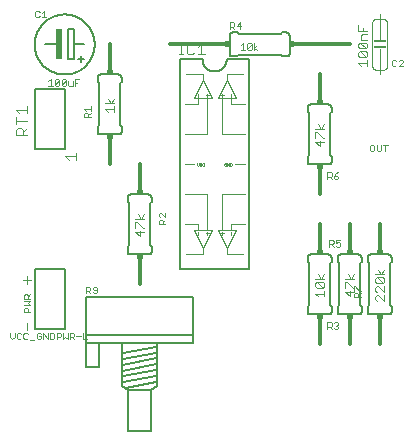
<source format=gto>
G75*
%MOIN*%
%OFA0B0*%
%FSLAX25Y25*%
%IPPOS*%
%LPD*%
%AMOC8*
5,1,8,0,0,1.08239X$1,22.5*
%
%ADD10C,0.00600*%
%ADD11R,0.02000X0.10000*%
%ADD12C,0.00200*%
%ADD13C,0.00400*%
%ADD14C,0.00300*%
%ADD15R,0.04000X0.01000*%
%ADD16C,0.00160*%
%ADD17C,0.00100*%
%ADD18R,0.02000X0.01500*%
%ADD19C,0.01200*%
%ADD20R,0.01500X0.02000*%
%ADD21C,0.00800*%
%ADD22C,0.00500*%
D10*
X0041476Y0060337D02*
X0047476Y0060337D01*
X0047536Y0060339D01*
X0047597Y0060344D01*
X0047656Y0060353D01*
X0047715Y0060366D01*
X0047774Y0060382D01*
X0047831Y0060402D01*
X0047886Y0060425D01*
X0047941Y0060452D01*
X0047993Y0060481D01*
X0048044Y0060514D01*
X0048093Y0060550D01*
X0048139Y0060588D01*
X0048183Y0060630D01*
X0048225Y0060674D01*
X0048263Y0060720D01*
X0048299Y0060769D01*
X0048332Y0060820D01*
X0048361Y0060872D01*
X0048388Y0060927D01*
X0048411Y0060982D01*
X0048431Y0061039D01*
X0048447Y0061098D01*
X0048460Y0061157D01*
X0048469Y0061216D01*
X0048474Y0061277D01*
X0048476Y0061337D01*
X0048476Y0062837D01*
X0047976Y0063337D01*
X0047976Y0077337D01*
X0048476Y0077837D01*
X0048476Y0079337D01*
X0048474Y0079397D01*
X0048469Y0079458D01*
X0048460Y0079517D01*
X0048447Y0079576D01*
X0048431Y0079635D01*
X0048411Y0079692D01*
X0048388Y0079747D01*
X0048361Y0079802D01*
X0048332Y0079854D01*
X0048299Y0079905D01*
X0048263Y0079954D01*
X0048225Y0080000D01*
X0048183Y0080044D01*
X0048139Y0080086D01*
X0048093Y0080124D01*
X0048044Y0080160D01*
X0047993Y0080193D01*
X0047941Y0080222D01*
X0047886Y0080249D01*
X0047831Y0080272D01*
X0047774Y0080292D01*
X0047715Y0080308D01*
X0047656Y0080321D01*
X0047597Y0080330D01*
X0047536Y0080335D01*
X0047476Y0080337D01*
X0041476Y0080337D01*
X0041416Y0080335D01*
X0041355Y0080330D01*
X0041296Y0080321D01*
X0041237Y0080308D01*
X0041178Y0080292D01*
X0041121Y0080272D01*
X0041066Y0080249D01*
X0041011Y0080222D01*
X0040959Y0080193D01*
X0040908Y0080160D01*
X0040859Y0080124D01*
X0040813Y0080086D01*
X0040769Y0080044D01*
X0040727Y0080000D01*
X0040689Y0079954D01*
X0040653Y0079905D01*
X0040620Y0079854D01*
X0040591Y0079802D01*
X0040564Y0079747D01*
X0040541Y0079692D01*
X0040521Y0079635D01*
X0040505Y0079576D01*
X0040492Y0079517D01*
X0040483Y0079458D01*
X0040478Y0079397D01*
X0040476Y0079337D01*
X0040476Y0077837D01*
X0040976Y0077337D01*
X0040976Y0063337D01*
X0040476Y0062837D01*
X0040476Y0061337D01*
X0040478Y0061277D01*
X0040483Y0061216D01*
X0040492Y0061157D01*
X0040505Y0061098D01*
X0040521Y0061039D01*
X0040541Y0060982D01*
X0040564Y0060927D01*
X0040591Y0060872D01*
X0040620Y0060820D01*
X0040653Y0060769D01*
X0040689Y0060720D01*
X0040727Y0060674D01*
X0040769Y0060630D01*
X0040813Y0060588D01*
X0040859Y0060550D01*
X0040908Y0060514D01*
X0040959Y0060481D01*
X0041011Y0060452D01*
X0041066Y0060425D01*
X0041121Y0060402D01*
X0041178Y0060382D01*
X0041237Y0060366D01*
X0041296Y0060353D01*
X0041355Y0060344D01*
X0041416Y0060339D01*
X0041476Y0060337D01*
X0041416Y0060339D01*
X0041355Y0060344D01*
X0041296Y0060353D01*
X0041237Y0060366D01*
X0041178Y0060382D01*
X0041121Y0060402D01*
X0041066Y0060425D01*
X0041011Y0060452D01*
X0040959Y0060481D01*
X0040908Y0060514D01*
X0040859Y0060550D01*
X0040813Y0060588D01*
X0040769Y0060630D01*
X0040727Y0060674D01*
X0040689Y0060720D01*
X0040653Y0060769D01*
X0040620Y0060820D01*
X0040591Y0060872D01*
X0040564Y0060927D01*
X0040541Y0060982D01*
X0040521Y0061039D01*
X0040505Y0061098D01*
X0040492Y0061157D01*
X0040483Y0061216D01*
X0040478Y0061277D01*
X0040476Y0061337D01*
X0047476Y0060337D02*
X0047536Y0060339D01*
X0047597Y0060344D01*
X0047656Y0060353D01*
X0047715Y0060366D01*
X0047774Y0060382D01*
X0047831Y0060402D01*
X0047886Y0060425D01*
X0047941Y0060452D01*
X0047993Y0060481D01*
X0048044Y0060514D01*
X0048093Y0060550D01*
X0048139Y0060588D01*
X0048183Y0060630D01*
X0048225Y0060674D01*
X0048263Y0060720D01*
X0048299Y0060769D01*
X0048332Y0060820D01*
X0048361Y0060872D01*
X0048388Y0060927D01*
X0048411Y0060982D01*
X0048431Y0061039D01*
X0048447Y0061098D01*
X0048460Y0061157D01*
X0048469Y0061216D01*
X0048474Y0061277D01*
X0048476Y0061337D01*
X0057976Y0055337D02*
X0080976Y0055337D01*
X0080976Y0125337D01*
X0073476Y0125337D01*
X0075476Y0126337D02*
X0076976Y0126337D01*
X0077476Y0126837D01*
X0091476Y0126837D01*
X0091976Y0126337D01*
X0093476Y0126337D01*
X0093536Y0126339D01*
X0093597Y0126344D01*
X0093656Y0126353D01*
X0093715Y0126366D01*
X0093774Y0126382D01*
X0093831Y0126402D01*
X0093886Y0126425D01*
X0093941Y0126452D01*
X0093993Y0126481D01*
X0094044Y0126514D01*
X0094093Y0126550D01*
X0094139Y0126588D01*
X0094183Y0126630D01*
X0094225Y0126674D01*
X0094263Y0126720D01*
X0094299Y0126769D01*
X0094332Y0126820D01*
X0094361Y0126872D01*
X0094388Y0126927D01*
X0094411Y0126982D01*
X0094431Y0127039D01*
X0094447Y0127098D01*
X0094460Y0127157D01*
X0094469Y0127216D01*
X0094474Y0127277D01*
X0094476Y0127337D01*
X0094476Y0133337D01*
X0094474Y0133397D01*
X0094469Y0133458D01*
X0094460Y0133517D01*
X0094447Y0133576D01*
X0094431Y0133635D01*
X0094411Y0133692D01*
X0094388Y0133747D01*
X0094361Y0133802D01*
X0094332Y0133854D01*
X0094299Y0133905D01*
X0094263Y0133954D01*
X0094225Y0134000D01*
X0094183Y0134044D01*
X0094139Y0134086D01*
X0094093Y0134124D01*
X0094044Y0134160D01*
X0093993Y0134193D01*
X0093941Y0134222D01*
X0093886Y0134249D01*
X0093831Y0134272D01*
X0093774Y0134292D01*
X0093715Y0134308D01*
X0093656Y0134321D01*
X0093597Y0134330D01*
X0093536Y0134335D01*
X0093476Y0134337D01*
X0091976Y0134337D01*
X0091476Y0133837D01*
X0077476Y0133837D01*
X0076976Y0134337D01*
X0075476Y0134337D01*
X0075416Y0134335D01*
X0075355Y0134330D01*
X0075296Y0134321D01*
X0075237Y0134308D01*
X0075178Y0134292D01*
X0075121Y0134272D01*
X0075066Y0134249D01*
X0075011Y0134222D01*
X0074959Y0134193D01*
X0074908Y0134160D01*
X0074859Y0134124D01*
X0074813Y0134086D01*
X0074769Y0134044D01*
X0074727Y0134000D01*
X0074689Y0133954D01*
X0074653Y0133905D01*
X0074620Y0133854D01*
X0074591Y0133802D01*
X0074564Y0133747D01*
X0074541Y0133692D01*
X0074521Y0133635D01*
X0074505Y0133576D01*
X0074492Y0133517D01*
X0074483Y0133458D01*
X0074478Y0133397D01*
X0074476Y0133337D01*
X0074476Y0127337D01*
X0074478Y0127277D01*
X0074483Y0127216D01*
X0074492Y0127157D01*
X0074505Y0127098D01*
X0074521Y0127039D01*
X0074541Y0126982D01*
X0074564Y0126927D01*
X0074591Y0126872D01*
X0074620Y0126820D01*
X0074653Y0126769D01*
X0074689Y0126720D01*
X0074727Y0126674D01*
X0074769Y0126630D01*
X0074813Y0126588D01*
X0074859Y0126550D01*
X0074908Y0126514D01*
X0074959Y0126481D01*
X0075011Y0126452D01*
X0075066Y0126425D01*
X0075121Y0126402D01*
X0075178Y0126382D01*
X0075237Y0126366D01*
X0075296Y0126353D01*
X0075355Y0126344D01*
X0075416Y0126339D01*
X0075476Y0126337D01*
X0075416Y0126339D01*
X0075355Y0126344D01*
X0075296Y0126353D01*
X0075237Y0126366D01*
X0075178Y0126382D01*
X0075121Y0126402D01*
X0075066Y0126425D01*
X0075011Y0126452D01*
X0074959Y0126481D01*
X0074908Y0126514D01*
X0074859Y0126550D01*
X0074813Y0126588D01*
X0074769Y0126630D01*
X0074727Y0126674D01*
X0074689Y0126720D01*
X0074653Y0126769D01*
X0074620Y0126820D01*
X0074591Y0126872D01*
X0074564Y0126927D01*
X0074541Y0126982D01*
X0074521Y0127039D01*
X0074505Y0127098D01*
X0074492Y0127157D01*
X0074483Y0127216D01*
X0074478Y0127277D01*
X0074476Y0127337D01*
X0073476Y0125337D02*
X0073474Y0125211D01*
X0073468Y0125086D01*
X0073458Y0124961D01*
X0073444Y0124836D01*
X0073427Y0124711D01*
X0073405Y0124587D01*
X0073380Y0124464D01*
X0073350Y0124342D01*
X0073317Y0124221D01*
X0073280Y0124101D01*
X0073240Y0123982D01*
X0073195Y0123865D01*
X0073147Y0123748D01*
X0073095Y0123634D01*
X0073040Y0123521D01*
X0072981Y0123410D01*
X0072919Y0123301D01*
X0072853Y0123194D01*
X0072784Y0123089D01*
X0072712Y0122986D01*
X0072637Y0122885D01*
X0072558Y0122787D01*
X0072476Y0122692D01*
X0072392Y0122599D01*
X0072304Y0122509D01*
X0072214Y0122421D01*
X0072121Y0122337D01*
X0072026Y0122255D01*
X0071928Y0122176D01*
X0071827Y0122101D01*
X0071724Y0122029D01*
X0071619Y0121960D01*
X0071512Y0121894D01*
X0071403Y0121832D01*
X0071292Y0121773D01*
X0071179Y0121718D01*
X0071065Y0121666D01*
X0070948Y0121618D01*
X0070831Y0121573D01*
X0070712Y0121533D01*
X0070592Y0121496D01*
X0070471Y0121463D01*
X0070349Y0121433D01*
X0070226Y0121408D01*
X0070102Y0121386D01*
X0069977Y0121369D01*
X0069852Y0121355D01*
X0069727Y0121345D01*
X0069602Y0121339D01*
X0069476Y0121337D01*
X0069350Y0121339D01*
X0069225Y0121345D01*
X0069100Y0121355D01*
X0068975Y0121369D01*
X0068850Y0121386D01*
X0068726Y0121408D01*
X0068603Y0121433D01*
X0068481Y0121463D01*
X0068360Y0121496D01*
X0068240Y0121533D01*
X0068121Y0121573D01*
X0068004Y0121618D01*
X0067887Y0121666D01*
X0067773Y0121718D01*
X0067660Y0121773D01*
X0067549Y0121832D01*
X0067440Y0121894D01*
X0067333Y0121960D01*
X0067228Y0122029D01*
X0067125Y0122101D01*
X0067024Y0122176D01*
X0066926Y0122255D01*
X0066831Y0122337D01*
X0066738Y0122421D01*
X0066648Y0122509D01*
X0066560Y0122599D01*
X0066476Y0122692D01*
X0066394Y0122787D01*
X0066315Y0122885D01*
X0066240Y0122986D01*
X0066168Y0123089D01*
X0066099Y0123194D01*
X0066033Y0123301D01*
X0065971Y0123410D01*
X0065912Y0123521D01*
X0065857Y0123634D01*
X0065805Y0123748D01*
X0065757Y0123865D01*
X0065712Y0123982D01*
X0065672Y0124101D01*
X0065635Y0124221D01*
X0065602Y0124342D01*
X0065572Y0124464D01*
X0065547Y0124587D01*
X0065525Y0124711D01*
X0065508Y0124836D01*
X0065494Y0124961D01*
X0065484Y0125086D01*
X0065478Y0125211D01*
X0065476Y0125337D01*
X0057976Y0125337D01*
X0057976Y0055337D01*
X0048476Y0079337D02*
X0048474Y0079397D01*
X0048469Y0079458D01*
X0048460Y0079517D01*
X0048447Y0079576D01*
X0048431Y0079635D01*
X0048411Y0079692D01*
X0048388Y0079747D01*
X0048361Y0079802D01*
X0048332Y0079854D01*
X0048299Y0079905D01*
X0048263Y0079954D01*
X0048225Y0080000D01*
X0048183Y0080044D01*
X0048139Y0080086D01*
X0048093Y0080124D01*
X0048044Y0080160D01*
X0047993Y0080193D01*
X0047941Y0080222D01*
X0047886Y0080249D01*
X0047831Y0080272D01*
X0047774Y0080292D01*
X0047715Y0080308D01*
X0047656Y0080321D01*
X0047597Y0080330D01*
X0047536Y0080335D01*
X0047476Y0080337D01*
X0041476Y0080337D02*
X0041416Y0080335D01*
X0041355Y0080330D01*
X0041296Y0080321D01*
X0041237Y0080308D01*
X0041178Y0080292D01*
X0041121Y0080272D01*
X0041066Y0080249D01*
X0041011Y0080222D01*
X0040959Y0080193D01*
X0040908Y0080160D01*
X0040859Y0080124D01*
X0040813Y0080086D01*
X0040769Y0080044D01*
X0040727Y0080000D01*
X0040689Y0079954D01*
X0040653Y0079905D01*
X0040620Y0079854D01*
X0040591Y0079802D01*
X0040564Y0079747D01*
X0040541Y0079692D01*
X0040521Y0079635D01*
X0040505Y0079576D01*
X0040492Y0079517D01*
X0040483Y0079458D01*
X0040478Y0079397D01*
X0040476Y0079337D01*
X0037476Y0100337D02*
X0031476Y0100337D01*
X0031416Y0100339D01*
X0031355Y0100344D01*
X0031296Y0100353D01*
X0031237Y0100366D01*
X0031178Y0100382D01*
X0031121Y0100402D01*
X0031066Y0100425D01*
X0031011Y0100452D01*
X0030959Y0100481D01*
X0030908Y0100514D01*
X0030859Y0100550D01*
X0030813Y0100588D01*
X0030769Y0100630D01*
X0030727Y0100674D01*
X0030689Y0100720D01*
X0030653Y0100769D01*
X0030620Y0100820D01*
X0030591Y0100872D01*
X0030564Y0100927D01*
X0030541Y0100982D01*
X0030521Y0101039D01*
X0030505Y0101098D01*
X0030492Y0101157D01*
X0030483Y0101216D01*
X0030478Y0101277D01*
X0030476Y0101337D01*
X0030476Y0102837D01*
X0030976Y0103337D01*
X0030976Y0117337D01*
X0030476Y0117837D01*
X0030476Y0119337D01*
X0030478Y0119397D01*
X0030483Y0119458D01*
X0030492Y0119517D01*
X0030505Y0119576D01*
X0030521Y0119635D01*
X0030541Y0119692D01*
X0030564Y0119747D01*
X0030591Y0119802D01*
X0030620Y0119854D01*
X0030653Y0119905D01*
X0030689Y0119954D01*
X0030727Y0120000D01*
X0030769Y0120044D01*
X0030813Y0120086D01*
X0030859Y0120124D01*
X0030908Y0120160D01*
X0030959Y0120193D01*
X0031011Y0120222D01*
X0031066Y0120249D01*
X0031121Y0120272D01*
X0031178Y0120292D01*
X0031237Y0120308D01*
X0031296Y0120321D01*
X0031355Y0120330D01*
X0031416Y0120335D01*
X0031476Y0120337D01*
X0037476Y0120337D01*
X0037536Y0120335D01*
X0037597Y0120330D01*
X0037656Y0120321D01*
X0037715Y0120308D01*
X0037774Y0120292D01*
X0037831Y0120272D01*
X0037886Y0120249D01*
X0037941Y0120222D01*
X0037993Y0120193D01*
X0038044Y0120160D01*
X0038093Y0120124D01*
X0038139Y0120086D01*
X0038183Y0120044D01*
X0038225Y0120000D01*
X0038263Y0119954D01*
X0038299Y0119905D01*
X0038332Y0119854D01*
X0038361Y0119802D01*
X0038388Y0119747D01*
X0038411Y0119692D01*
X0038431Y0119635D01*
X0038447Y0119576D01*
X0038460Y0119517D01*
X0038469Y0119458D01*
X0038474Y0119397D01*
X0038476Y0119337D01*
X0038476Y0117837D01*
X0037976Y0117337D01*
X0037976Y0103337D01*
X0038476Y0102837D01*
X0038476Y0101337D01*
X0038474Y0101277D01*
X0038469Y0101216D01*
X0038460Y0101157D01*
X0038447Y0101098D01*
X0038431Y0101039D01*
X0038411Y0100982D01*
X0038388Y0100927D01*
X0038361Y0100872D01*
X0038332Y0100820D01*
X0038299Y0100769D01*
X0038263Y0100720D01*
X0038225Y0100674D01*
X0038183Y0100630D01*
X0038139Y0100588D01*
X0038093Y0100550D01*
X0038044Y0100514D01*
X0037993Y0100481D01*
X0037941Y0100452D01*
X0037886Y0100425D01*
X0037831Y0100402D01*
X0037774Y0100382D01*
X0037715Y0100366D01*
X0037656Y0100353D01*
X0037597Y0100344D01*
X0037536Y0100339D01*
X0037476Y0100337D01*
X0037536Y0100339D01*
X0037597Y0100344D01*
X0037656Y0100353D01*
X0037715Y0100366D01*
X0037774Y0100382D01*
X0037831Y0100402D01*
X0037886Y0100425D01*
X0037941Y0100452D01*
X0037993Y0100481D01*
X0038044Y0100514D01*
X0038093Y0100550D01*
X0038139Y0100588D01*
X0038183Y0100630D01*
X0038225Y0100674D01*
X0038263Y0100720D01*
X0038299Y0100769D01*
X0038332Y0100820D01*
X0038361Y0100872D01*
X0038388Y0100927D01*
X0038411Y0100982D01*
X0038431Y0101039D01*
X0038447Y0101098D01*
X0038460Y0101157D01*
X0038469Y0101216D01*
X0038474Y0101277D01*
X0038476Y0101337D01*
X0031476Y0100337D02*
X0031416Y0100339D01*
X0031355Y0100344D01*
X0031296Y0100353D01*
X0031237Y0100366D01*
X0031178Y0100382D01*
X0031121Y0100402D01*
X0031066Y0100425D01*
X0031011Y0100452D01*
X0030959Y0100481D01*
X0030908Y0100514D01*
X0030859Y0100550D01*
X0030813Y0100588D01*
X0030769Y0100630D01*
X0030727Y0100674D01*
X0030689Y0100720D01*
X0030653Y0100769D01*
X0030620Y0100820D01*
X0030591Y0100872D01*
X0030564Y0100927D01*
X0030541Y0100982D01*
X0030521Y0101039D01*
X0030505Y0101098D01*
X0030492Y0101157D01*
X0030483Y0101216D01*
X0030478Y0101277D01*
X0030476Y0101337D01*
X0030476Y0119337D02*
X0030478Y0119397D01*
X0030483Y0119458D01*
X0030492Y0119517D01*
X0030505Y0119576D01*
X0030521Y0119635D01*
X0030541Y0119692D01*
X0030564Y0119747D01*
X0030591Y0119802D01*
X0030620Y0119854D01*
X0030653Y0119905D01*
X0030689Y0119954D01*
X0030727Y0120000D01*
X0030769Y0120044D01*
X0030813Y0120086D01*
X0030859Y0120124D01*
X0030908Y0120160D01*
X0030959Y0120193D01*
X0031011Y0120222D01*
X0031066Y0120249D01*
X0031121Y0120272D01*
X0031178Y0120292D01*
X0031237Y0120308D01*
X0031296Y0120321D01*
X0031355Y0120330D01*
X0031416Y0120335D01*
X0031476Y0120337D01*
X0037476Y0120337D02*
X0037536Y0120335D01*
X0037597Y0120330D01*
X0037656Y0120321D01*
X0037715Y0120308D01*
X0037774Y0120292D01*
X0037831Y0120272D01*
X0037886Y0120249D01*
X0037941Y0120222D01*
X0037993Y0120193D01*
X0038044Y0120160D01*
X0038093Y0120124D01*
X0038139Y0120086D01*
X0038183Y0120044D01*
X0038225Y0120000D01*
X0038263Y0119954D01*
X0038299Y0119905D01*
X0038332Y0119854D01*
X0038361Y0119802D01*
X0038388Y0119747D01*
X0038411Y0119692D01*
X0038431Y0119635D01*
X0038447Y0119576D01*
X0038460Y0119517D01*
X0038469Y0119458D01*
X0038474Y0119397D01*
X0038476Y0119337D01*
X0025976Y0125337D02*
X0024976Y0125337D01*
X0024976Y0124337D01*
X0024976Y0125337D02*
X0023976Y0125337D01*
X0024976Y0125337D02*
X0024976Y0126337D01*
X0022476Y0125337D02*
X0022476Y0130337D01*
X0022476Y0135337D01*
X0020476Y0135337D01*
X0020476Y0125337D01*
X0022476Y0125337D01*
X0022476Y0130337D02*
X0025976Y0130337D01*
X0009476Y0130337D02*
X0009479Y0130582D01*
X0009488Y0130828D01*
X0009503Y0131073D01*
X0009524Y0131317D01*
X0009551Y0131561D01*
X0009584Y0131804D01*
X0009623Y0132047D01*
X0009668Y0132288D01*
X0009719Y0132528D01*
X0009776Y0132767D01*
X0009838Y0133004D01*
X0009907Y0133240D01*
X0009981Y0133474D01*
X0010061Y0133706D01*
X0010146Y0133936D01*
X0010237Y0134164D01*
X0010334Y0134389D01*
X0010436Y0134613D01*
X0010544Y0134833D01*
X0010657Y0135051D01*
X0010775Y0135266D01*
X0010899Y0135478D01*
X0011027Y0135687D01*
X0011161Y0135893D01*
X0011300Y0136095D01*
X0011444Y0136294D01*
X0011593Y0136489D01*
X0011746Y0136681D01*
X0011904Y0136869D01*
X0012066Y0137053D01*
X0012234Y0137232D01*
X0012405Y0137408D01*
X0012581Y0137579D01*
X0012760Y0137747D01*
X0012944Y0137909D01*
X0013132Y0138067D01*
X0013324Y0138220D01*
X0013519Y0138369D01*
X0013718Y0138513D01*
X0013920Y0138652D01*
X0014126Y0138786D01*
X0014335Y0138914D01*
X0014547Y0139038D01*
X0014762Y0139156D01*
X0014980Y0139269D01*
X0015200Y0139377D01*
X0015424Y0139479D01*
X0015649Y0139576D01*
X0015877Y0139667D01*
X0016107Y0139752D01*
X0016339Y0139832D01*
X0016573Y0139906D01*
X0016809Y0139975D01*
X0017046Y0140037D01*
X0017285Y0140094D01*
X0017525Y0140145D01*
X0017766Y0140190D01*
X0018009Y0140229D01*
X0018252Y0140262D01*
X0018496Y0140289D01*
X0018740Y0140310D01*
X0018985Y0140325D01*
X0019231Y0140334D01*
X0019476Y0140337D01*
X0019721Y0140334D01*
X0019967Y0140325D01*
X0020212Y0140310D01*
X0020456Y0140289D01*
X0020700Y0140262D01*
X0020943Y0140229D01*
X0021186Y0140190D01*
X0021427Y0140145D01*
X0021667Y0140094D01*
X0021906Y0140037D01*
X0022143Y0139975D01*
X0022379Y0139906D01*
X0022613Y0139832D01*
X0022845Y0139752D01*
X0023075Y0139667D01*
X0023303Y0139576D01*
X0023528Y0139479D01*
X0023752Y0139377D01*
X0023972Y0139269D01*
X0024190Y0139156D01*
X0024405Y0139038D01*
X0024617Y0138914D01*
X0024826Y0138786D01*
X0025032Y0138652D01*
X0025234Y0138513D01*
X0025433Y0138369D01*
X0025628Y0138220D01*
X0025820Y0138067D01*
X0026008Y0137909D01*
X0026192Y0137747D01*
X0026371Y0137579D01*
X0026547Y0137408D01*
X0026718Y0137232D01*
X0026886Y0137053D01*
X0027048Y0136869D01*
X0027206Y0136681D01*
X0027359Y0136489D01*
X0027508Y0136294D01*
X0027652Y0136095D01*
X0027791Y0135893D01*
X0027925Y0135687D01*
X0028053Y0135478D01*
X0028177Y0135266D01*
X0028295Y0135051D01*
X0028408Y0134833D01*
X0028516Y0134613D01*
X0028618Y0134389D01*
X0028715Y0134164D01*
X0028806Y0133936D01*
X0028891Y0133706D01*
X0028971Y0133474D01*
X0029045Y0133240D01*
X0029114Y0133004D01*
X0029176Y0132767D01*
X0029233Y0132528D01*
X0029284Y0132288D01*
X0029329Y0132047D01*
X0029368Y0131804D01*
X0029401Y0131561D01*
X0029428Y0131317D01*
X0029449Y0131073D01*
X0029464Y0130828D01*
X0029473Y0130582D01*
X0029476Y0130337D01*
X0029473Y0130092D01*
X0029464Y0129846D01*
X0029449Y0129601D01*
X0029428Y0129357D01*
X0029401Y0129113D01*
X0029368Y0128870D01*
X0029329Y0128627D01*
X0029284Y0128386D01*
X0029233Y0128146D01*
X0029176Y0127907D01*
X0029114Y0127670D01*
X0029045Y0127434D01*
X0028971Y0127200D01*
X0028891Y0126968D01*
X0028806Y0126738D01*
X0028715Y0126510D01*
X0028618Y0126285D01*
X0028516Y0126061D01*
X0028408Y0125841D01*
X0028295Y0125623D01*
X0028177Y0125408D01*
X0028053Y0125196D01*
X0027925Y0124987D01*
X0027791Y0124781D01*
X0027652Y0124579D01*
X0027508Y0124380D01*
X0027359Y0124185D01*
X0027206Y0123993D01*
X0027048Y0123805D01*
X0026886Y0123621D01*
X0026718Y0123442D01*
X0026547Y0123266D01*
X0026371Y0123095D01*
X0026192Y0122927D01*
X0026008Y0122765D01*
X0025820Y0122607D01*
X0025628Y0122454D01*
X0025433Y0122305D01*
X0025234Y0122161D01*
X0025032Y0122022D01*
X0024826Y0121888D01*
X0024617Y0121760D01*
X0024405Y0121636D01*
X0024190Y0121518D01*
X0023972Y0121405D01*
X0023752Y0121297D01*
X0023528Y0121195D01*
X0023303Y0121098D01*
X0023075Y0121007D01*
X0022845Y0120922D01*
X0022613Y0120842D01*
X0022379Y0120768D01*
X0022143Y0120699D01*
X0021906Y0120637D01*
X0021667Y0120580D01*
X0021427Y0120529D01*
X0021186Y0120484D01*
X0020943Y0120445D01*
X0020700Y0120412D01*
X0020456Y0120385D01*
X0020212Y0120364D01*
X0019967Y0120349D01*
X0019721Y0120340D01*
X0019476Y0120337D01*
X0019231Y0120340D01*
X0018985Y0120349D01*
X0018740Y0120364D01*
X0018496Y0120385D01*
X0018252Y0120412D01*
X0018009Y0120445D01*
X0017766Y0120484D01*
X0017525Y0120529D01*
X0017285Y0120580D01*
X0017046Y0120637D01*
X0016809Y0120699D01*
X0016573Y0120768D01*
X0016339Y0120842D01*
X0016107Y0120922D01*
X0015877Y0121007D01*
X0015649Y0121098D01*
X0015424Y0121195D01*
X0015200Y0121297D01*
X0014980Y0121405D01*
X0014762Y0121518D01*
X0014547Y0121636D01*
X0014335Y0121760D01*
X0014126Y0121888D01*
X0013920Y0122022D01*
X0013718Y0122161D01*
X0013519Y0122305D01*
X0013324Y0122454D01*
X0013132Y0122607D01*
X0012944Y0122765D01*
X0012760Y0122927D01*
X0012581Y0123095D01*
X0012405Y0123266D01*
X0012234Y0123442D01*
X0012066Y0123621D01*
X0011904Y0123805D01*
X0011746Y0123993D01*
X0011593Y0124185D01*
X0011444Y0124380D01*
X0011300Y0124579D01*
X0011161Y0124781D01*
X0011027Y0124987D01*
X0010899Y0125196D01*
X0010775Y0125408D01*
X0010657Y0125623D01*
X0010544Y0125841D01*
X0010436Y0126061D01*
X0010334Y0126285D01*
X0010237Y0126510D01*
X0010146Y0126738D01*
X0010061Y0126968D01*
X0009981Y0127200D01*
X0009907Y0127434D01*
X0009838Y0127670D01*
X0009776Y0127907D01*
X0009719Y0128146D01*
X0009668Y0128386D01*
X0009623Y0128627D01*
X0009584Y0128870D01*
X0009551Y0129113D01*
X0009524Y0129357D01*
X0009503Y0129601D01*
X0009488Y0129846D01*
X0009479Y0130092D01*
X0009476Y0130337D01*
X0012976Y0130337D02*
X0016976Y0130337D01*
X0074476Y0133337D02*
X0074478Y0133397D01*
X0074483Y0133458D01*
X0074492Y0133517D01*
X0074505Y0133576D01*
X0074521Y0133635D01*
X0074541Y0133692D01*
X0074564Y0133747D01*
X0074591Y0133802D01*
X0074620Y0133854D01*
X0074653Y0133905D01*
X0074689Y0133954D01*
X0074727Y0134000D01*
X0074769Y0134044D01*
X0074813Y0134086D01*
X0074859Y0134124D01*
X0074908Y0134160D01*
X0074959Y0134193D01*
X0075011Y0134222D01*
X0075066Y0134249D01*
X0075121Y0134272D01*
X0075178Y0134292D01*
X0075237Y0134308D01*
X0075296Y0134321D01*
X0075355Y0134330D01*
X0075416Y0134335D01*
X0075476Y0134337D01*
X0093476Y0134337D02*
X0093536Y0134335D01*
X0093597Y0134330D01*
X0093656Y0134321D01*
X0093715Y0134308D01*
X0093774Y0134292D01*
X0093831Y0134272D01*
X0093886Y0134249D01*
X0093941Y0134222D01*
X0093993Y0134193D01*
X0094044Y0134160D01*
X0094093Y0134124D01*
X0094139Y0134086D01*
X0094183Y0134044D01*
X0094225Y0134000D01*
X0094263Y0133954D01*
X0094299Y0133905D01*
X0094332Y0133854D01*
X0094361Y0133802D01*
X0094388Y0133747D01*
X0094411Y0133692D01*
X0094431Y0133635D01*
X0094447Y0133576D01*
X0094460Y0133517D01*
X0094469Y0133458D01*
X0094474Y0133397D01*
X0094476Y0133337D01*
X0094476Y0127337D02*
X0094474Y0127277D01*
X0094469Y0127216D01*
X0094460Y0127157D01*
X0094447Y0127098D01*
X0094431Y0127039D01*
X0094411Y0126982D01*
X0094388Y0126927D01*
X0094361Y0126872D01*
X0094332Y0126820D01*
X0094299Y0126769D01*
X0094263Y0126720D01*
X0094225Y0126674D01*
X0094183Y0126630D01*
X0094139Y0126588D01*
X0094093Y0126550D01*
X0094044Y0126514D01*
X0093993Y0126481D01*
X0093941Y0126452D01*
X0093886Y0126425D01*
X0093831Y0126402D01*
X0093774Y0126382D01*
X0093715Y0126366D01*
X0093656Y0126353D01*
X0093597Y0126344D01*
X0093536Y0126339D01*
X0093476Y0126337D01*
X0101476Y0110337D02*
X0107476Y0110337D01*
X0107536Y0110335D01*
X0107597Y0110330D01*
X0107656Y0110321D01*
X0107715Y0110308D01*
X0107774Y0110292D01*
X0107831Y0110272D01*
X0107886Y0110249D01*
X0107941Y0110222D01*
X0107993Y0110193D01*
X0108044Y0110160D01*
X0108093Y0110124D01*
X0108139Y0110086D01*
X0108183Y0110044D01*
X0108225Y0110000D01*
X0108263Y0109954D01*
X0108299Y0109905D01*
X0108332Y0109854D01*
X0108361Y0109802D01*
X0108388Y0109747D01*
X0108411Y0109692D01*
X0108431Y0109635D01*
X0108447Y0109576D01*
X0108460Y0109517D01*
X0108469Y0109458D01*
X0108474Y0109397D01*
X0108476Y0109337D01*
X0108476Y0107837D01*
X0107976Y0107337D01*
X0107976Y0093337D01*
X0108476Y0092837D01*
X0108476Y0091337D01*
X0108474Y0091277D01*
X0108469Y0091216D01*
X0108460Y0091157D01*
X0108447Y0091098D01*
X0108431Y0091039D01*
X0108411Y0090982D01*
X0108388Y0090927D01*
X0108361Y0090872D01*
X0108332Y0090820D01*
X0108299Y0090769D01*
X0108263Y0090720D01*
X0108225Y0090674D01*
X0108183Y0090630D01*
X0108139Y0090588D01*
X0108093Y0090550D01*
X0108044Y0090514D01*
X0107993Y0090481D01*
X0107941Y0090452D01*
X0107886Y0090425D01*
X0107831Y0090402D01*
X0107774Y0090382D01*
X0107715Y0090366D01*
X0107656Y0090353D01*
X0107597Y0090344D01*
X0107536Y0090339D01*
X0107476Y0090337D01*
X0101476Y0090337D01*
X0101416Y0090339D01*
X0101355Y0090344D01*
X0101296Y0090353D01*
X0101237Y0090366D01*
X0101178Y0090382D01*
X0101121Y0090402D01*
X0101066Y0090425D01*
X0101011Y0090452D01*
X0100959Y0090481D01*
X0100908Y0090514D01*
X0100859Y0090550D01*
X0100813Y0090588D01*
X0100769Y0090630D01*
X0100727Y0090674D01*
X0100689Y0090720D01*
X0100653Y0090769D01*
X0100620Y0090820D01*
X0100591Y0090872D01*
X0100564Y0090927D01*
X0100541Y0090982D01*
X0100521Y0091039D01*
X0100505Y0091098D01*
X0100492Y0091157D01*
X0100483Y0091216D01*
X0100478Y0091277D01*
X0100476Y0091337D01*
X0100476Y0092837D01*
X0100976Y0093337D01*
X0100976Y0107337D01*
X0100476Y0107837D01*
X0100476Y0109337D01*
X0100478Y0109397D01*
X0100483Y0109458D01*
X0100492Y0109517D01*
X0100505Y0109576D01*
X0100521Y0109635D01*
X0100541Y0109692D01*
X0100564Y0109747D01*
X0100591Y0109802D01*
X0100620Y0109854D01*
X0100653Y0109905D01*
X0100689Y0109954D01*
X0100727Y0110000D01*
X0100769Y0110044D01*
X0100813Y0110086D01*
X0100859Y0110124D01*
X0100908Y0110160D01*
X0100959Y0110193D01*
X0101011Y0110222D01*
X0101066Y0110249D01*
X0101121Y0110272D01*
X0101178Y0110292D01*
X0101237Y0110308D01*
X0101296Y0110321D01*
X0101355Y0110330D01*
X0101416Y0110335D01*
X0101476Y0110337D01*
X0101416Y0110335D01*
X0101355Y0110330D01*
X0101296Y0110321D01*
X0101237Y0110308D01*
X0101178Y0110292D01*
X0101121Y0110272D01*
X0101066Y0110249D01*
X0101011Y0110222D01*
X0100959Y0110193D01*
X0100908Y0110160D01*
X0100859Y0110124D01*
X0100813Y0110086D01*
X0100769Y0110044D01*
X0100727Y0110000D01*
X0100689Y0109954D01*
X0100653Y0109905D01*
X0100620Y0109854D01*
X0100591Y0109802D01*
X0100564Y0109747D01*
X0100541Y0109692D01*
X0100521Y0109635D01*
X0100505Y0109576D01*
X0100492Y0109517D01*
X0100483Y0109458D01*
X0100478Y0109397D01*
X0100476Y0109337D01*
X0107476Y0110337D02*
X0107536Y0110335D01*
X0107597Y0110330D01*
X0107656Y0110321D01*
X0107715Y0110308D01*
X0107774Y0110292D01*
X0107831Y0110272D01*
X0107886Y0110249D01*
X0107941Y0110222D01*
X0107993Y0110193D01*
X0108044Y0110160D01*
X0108093Y0110124D01*
X0108139Y0110086D01*
X0108183Y0110044D01*
X0108225Y0110000D01*
X0108263Y0109954D01*
X0108299Y0109905D01*
X0108332Y0109854D01*
X0108361Y0109802D01*
X0108388Y0109747D01*
X0108411Y0109692D01*
X0108431Y0109635D01*
X0108447Y0109576D01*
X0108460Y0109517D01*
X0108469Y0109458D01*
X0108474Y0109397D01*
X0108476Y0109337D01*
X0108476Y0091337D02*
X0108474Y0091277D01*
X0108469Y0091216D01*
X0108460Y0091157D01*
X0108447Y0091098D01*
X0108431Y0091039D01*
X0108411Y0090982D01*
X0108388Y0090927D01*
X0108361Y0090872D01*
X0108332Y0090820D01*
X0108299Y0090769D01*
X0108263Y0090720D01*
X0108225Y0090674D01*
X0108183Y0090630D01*
X0108139Y0090588D01*
X0108093Y0090550D01*
X0108044Y0090514D01*
X0107993Y0090481D01*
X0107941Y0090452D01*
X0107886Y0090425D01*
X0107831Y0090402D01*
X0107774Y0090382D01*
X0107715Y0090366D01*
X0107656Y0090353D01*
X0107597Y0090344D01*
X0107536Y0090339D01*
X0107476Y0090337D01*
X0101476Y0090337D02*
X0101416Y0090339D01*
X0101355Y0090344D01*
X0101296Y0090353D01*
X0101237Y0090366D01*
X0101178Y0090382D01*
X0101121Y0090402D01*
X0101066Y0090425D01*
X0101011Y0090452D01*
X0100959Y0090481D01*
X0100908Y0090514D01*
X0100859Y0090550D01*
X0100813Y0090588D01*
X0100769Y0090630D01*
X0100727Y0090674D01*
X0100689Y0090720D01*
X0100653Y0090769D01*
X0100620Y0090820D01*
X0100591Y0090872D01*
X0100564Y0090927D01*
X0100541Y0090982D01*
X0100521Y0091039D01*
X0100505Y0091098D01*
X0100492Y0091157D01*
X0100483Y0091216D01*
X0100478Y0091277D01*
X0100476Y0091337D01*
X0101476Y0060337D02*
X0107476Y0060337D01*
X0107536Y0060335D01*
X0107597Y0060330D01*
X0107656Y0060321D01*
X0107715Y0060308D01*
X0107774Y0060292D01*
X0107831Y0060272D01*
X0107886Y0060249D01*
X0107941Y0060222D01*
X0107993Y0060193D01*
X0108044Y0060160D01*
X0108093Y0060124D01*
X0108139Y0060086D01*
X0108183Y0060044D01*
X0108225Y0060000D01*
X0108263Y0059954D01*
X0108299Y0059905D01*
X0108332Y0059854D01*
X0108361Y0059802D01*
X0108388Y0059747D01*
X0108411Y0059692D01*
X0108431Y0059635D01*
X0108447Y0059576D01*
X0108460Y0059517D01*
X0108469Y0059458D01*
X0108474Y0059397D01*
X0108476Y0059337D01*
X0108476Y0057837D01*
X0107976Y0057337D01*
X0107976Y0043337D01*
X0108476Y0042837D01*
X0108476Y0041337D01*
X0108474Y0041277D01*
X0108469Y0041216D01*
X0108460Y0041157D01*
X0108447Y0041098D01*
X0108431Y0041039D01*
X0108411Y0040982D01*
X0108388Y0040927D01*
X0108361Y0040872D01*
X0108332Y0040820D01*
X0108299Y0040769D01*
X0108263Y0040720D01*
X0108225Y0040674D01*
X0108183Y0040630D01*
X0108139Y0040588D01*
X0108093Y0040550D01*
X0108044Y0040514D01*
X0107993Y0040481D01*
X0107941Y0040452D01*
X0107886Y0040425D01*
X0107831Y0040402D01*
X0107774Y0040382D01*
X0107715Y0040366D01*
X0107656Y0040353D01*
X0107597Y0040344D01*
X0107536Y0040339D01*
X0107476Y0040337D01*
X0101476Y0040337D01*
X0101416Y0040339D01*
X0101355Y0040344D01*
X0101296Y0040353D01*
X0101237Y0040366D01*
X0101178Y0040382D01*
X0101121Y0040402D01*
X0101066Y0040425D01*
X0101011Y0040452D01*
X0100959Y0040481D01*
X0100908Y0040514D01*
X0100859Y0040550D01*
X0100813Y0040588D01*
X0100769Y0040630D01*
X0100727Y0040674D01*
X0100689Y0040720D01*
X0100653Y0040769D01*
X0100620Y0040820D01*
X0100591Y0040872D01*
X0100564Y0040927D01*
X0100541Y0040982D01*
X0100521Y0041039D01*
X0100505Y0041098D01*
X0100492Y0041157D01*
X0100483Y0041216D01*
X0100478Y0041277D01*
X0100476Y0041337D01*
X0100476Y0042837D01*
X0100976Y0043337D01*
X0100976Y0057337D01*
X0100476Y0057837D01*
X0100476Y0059337D01*
X0100478Y0059397D01*
X0100483Y0059458D01*
X0100492Y0059517D01*
X0100505Y0059576D01*
X0100521Y0059635D01*
X0100541Y0059692D01*
X0100564Y0059747D01*
X0100591Y0059802D01*
X0100620Y0059854D01*
X0100653Y0059905D01*
X0100689Y0059954D01*
X0100727Y0060000D01*
X0100769Y0060044D01*
X0100813Y0060086D01*
X0100859Y0060124D01*
X0100908Y0060160D01*
X0100959Y0060193D01*
X0101011Y0060222D01*
X0101066Y0060249D01*
X0101121Y0060272D01*
X0101178Y0060292D01*
X0101237Y0060308D01*
X0101296Y0060321D01*
X0101355Y0060330D01*
X0101416Y0060335D01*
X0101476Y0060337D01*
X0101416Y0060335D01*
X0101355Y0060330D01*
X0101296Y0060321D01*
X0101237Y0060308D01*
X0101178Y0060292D01*
X0101121Y0060272D01*
X0101066Y0060249D01*
X0101011Y0060222D01*
X0100959Y0060193D01*
X0100908Y0060160D01*
X0100859Y0060124D01*
X0100813Y0060086D01*
X0100769Y0060044D01*
X0100727Y0060000D01*
X0100689Y0059954D01*
X0100653Y0059905D01*
X0100620Y0059854D01*
X0100591Y0059802D01*
X0100564Y0059747D01*
X0100541Y0059692D01*
X0100521Y0059635D01*
X0100505Y0059576D01*
X0100492Y0059517D01*
X0100483Y0059458D01*
X0100478Y0059397D01*
X0100476Y0059337D01*
X0107476Y0060337D02*
X0107536Y0060335D01*
X0107597Y0060330D01*
X0107656Y0060321D01*
X0107715Y0060308D01*
X0107774Y0060292D01*
X0107831Y0060272D01*
X0107886Y0060249D01*
X0107941Y0060222D01*
X0107993Y0060193D01*
X0108044Y0060160D01*
X0108093Y0060124D01*
X0108139Y0060086D01*
X0108183Y0060044D01*
X0108225Y0060000D01*
X0108263Y0059954D01*
X0108299Y0059905D01*
X0108332Y0059854D01*
X0108361Y0059802D01*
X0108388Y0059747D01*
X0108411Y0059692D01*
X0108431Y0059635D01*
X0108447Y0059576D01*
X0108460Y0059517D01*
X0108469Y0059458D01*
X0108474Y0059397D01*
X0108476Y0059337D01*
X0110476Y0059337D02*
X0110476Y0057837D01*
X0110976Y0057337D01*
X0110976Y0043337D01*
X0110476Y0042837D01*
X0110476Y0041337D01*
X0110478Y0041277D01*
X0110483Y0041216D01*
X0110492Y0041157D01*
X0110505Y0041098D01*
X0110521Y0041039D01*
X0110541Y0040982D01*
X0110564Y0040927D01*
X0110591Y0040872D01*
X0110620Y0040820D01*
X0110653Y0040769D01*
X0110689Y0040720D01*
X0110727Y0040674D01*
X0110769Y0040630D01*
X0110813Y0040588D01*
X0110859Y0040550D01*
X0110908Y0040514D01*
X0110959Y0040481D01*
X0111011Y0040452D01*
X0111066Y0040425D01*
X0111121Y0040402D01*
X0111178Y0040382D01*
X0111237Y0040366D01*
X0111296Y0040353D01*
X0111355Y0040344D01*
X0111416Y0040339D01*
X0111476Y0040337D01*
X0117476Y0040337D01*
X0117536Y0040339D01*
X0117597Y0040344D01*
X0117656Y0040353D01*
X0117715Y0040366D01*
X0117774Y0040382D01*
X0117831Y0040402D01*
X0117886Y0040425D01*
X0117941Y0040452D01*
X0117993Y0040481D01*
X0118044Y0040514D01*
X0118093Y0040550D01*
X0118139Y0040588D01*
X0118183Y0040630D01*
X0118225Y0040674D01*
X0118263Y0040720D01*
X0118299Y0040769D01*
X0118332Y0040820D01*
X0118361Y0040872D01*
X0118388Y0040927D01*
X0118411Y0040982D01*
X0118431Y0041039D01*
X0118447Y0041098D01*
X0118460Y0041157D01*
X0118469Y0041216D01*
X0118474Y0041277D01*
X0118476Y0041337D01*
X0118476Y0042837D01*
X0117976Y0043337D01*
X0117976Y0057337D01*
X0118476Y0057837D01*
X0118476Y0059337D01*
X0118474Y0059397D01*
X0118469Y0059458D01*
X0118460Y0059517D01*
X0118447Y0059576D01*
X0118431Y0059635D01*
X0118411Y0059692D01*
X0118388Y0059747D01*
X0118361Y0059802D01*
X0118332Y0059854D01*
X0118299Y0059905D01*
X0118263Y0059954D01*
X0118225Y0060000D01*
X0118183Y0060044D01*
X0118139Y0060086D01*
X0118093Y0060124D01*
X0118044Y0060160D01*
X0117993Y0060193D01*
X0117941Y0060222D01*
X0117886Y0060249D01*
X0117831Y0060272D01*
X0117774Y0060292D01*
X0117715Y0060308D01*
X0117656Y0060321D01*
X0117597Y0060330D01*
X0117536Y0060335D01*
X0117476Y0060337D01*
X0111476Y0060337D01*
X0111416Y0060335D01*
X0111355Y0060330D01*
X0111296Y0060321D01*
X0111237Y0060308D01*
X0111178Y0060292D01*
X0111121Y0060272D01*
X0111066Y0060249D01*
X0111011Y0060222D01*
X0110959Y0060193D01*
X0110908Y0060160D01*
X0110859Y0060124D01*
X0110813Y0060086D01*
X0110769Y0060044D01*
X0110727Y0060000D01*
X0110689Y0059954D01*
X0110653Y0059905D01*
X0110620Y0059854D01*
X0110591Y0059802D01*
X0110564Y0059747D01*
X0110541Y0059692D01*
X0110521Y0059635D01*
X0110505Y0059576D01*
X0110492Y0059517D01*
X0110483Y0059458D01*
X0110478Y0059397D01*
X0110476Y0059337D01*
X0110478Y0059397D01*
X0110483Y0059458D01*
X0110492Y0059517D01*
X0110505Y0059576D01*
X0110521Y0059635D01*
X0110541Y0059692D01*
X0110564Y0059747D01*
X0110591Y0059802D01*
X0110620Y0059854D01*
X0110653Y0059905D01*
X0110689Y0059954D01*
X0110727Y0060000D01*
X0110769Y0060044D01*
X0110813Y0060086D01*
X0110859Y0060124D01*
X0110908Y0060160D01*
X0110959Y0060193D01*
X0111011Y0060222D01*
X0111066Y0060249D01*
X0111121Y0060272D01*
X0111178Y0060292D01*
X0111237Y0060308D01*
X0111296Y0060321D01*
X0111355Y0060330D01*
X0111416Y0060335D01*
X0111476Y0060337D01*
X0117476Y0060337D02*
X0117536Y0060335D01*
X0117597Y0060330D01*
X0117656Y0060321D01*
X0117715Y0060308D01*
X0117774Y0060292D01*
X0117831Y0060272D01*
X0117886Y0060249D01*
X0117941Y0060222D01*
X0117993Y0060193D01*
X0118044Y0060160D01*
X0118093Y0060124D01*
X0118139Y0060086D01*
X0118183Y0060044D01*
X0118225Y0060000D01*
X0118263Y0059954D01*
X0118299Y0059905D01*
X0118332Y0059854D01*
X0118361Y0059802D01*
X0118388Y0059747D01*
X0118411Y0059692D01*
X0118431Y0059635D01*
X0118447Y0059576D01*
X0118460Y0059517D01*
X0118469Y0059458D01*
X0118474Y0059397D01*
X0118476Y0059337D01*
X0120476Y0059337D02*
X0120476Y0057837D01*
X0120976Y0057337D01*
X0120976Y0043337D01*
X0120476Y0042837D01*
X0120476Y0041337D01*
X0120478Y0041277D01*
X0120483Y0041216D01*
X0120492Y0041157D01*
X0120505Y0041098D01*
X0120521Y0041039D01*
X0120541Y0040982D01*
X0120564Y0040927D01*
X0120591Y0040872D01*
X0120620Y0040820D01*
X0120653Y0040769D01*
X0120689Y0040720D01*
X0120727Y0040674D01*
X0120769Y0040630D01*
X0120813Y0040588D01*
X0120859Y0040550D01*
X0120908Y0040514D01*
X0120959Y0040481D01*
X0121011Y0040452D01*
X0121066Y0040425D01*
X0121121Y0040402D01*
X0121178Y0040382D01*
X0121237Y0040366D01*
X0121296Y0040353D01*
X0121355Y0040344D01*
X0121416Y0040339D01*
X0121476Y0040337D01*
X0127476Y0040337D01*
X0127536Y0040339D01*
X0127597Y0040344D01*
X0127656Y0040353D01*
X0127715Y0040366D01*
X0127774Y0040382D01*
X0127831Y0040402D01*
X0127886Y0040425D01*
X0127941Y0040452D01*
X0127993Y0040481D01*
X0128044Y0040514D01*
X0128093Y0040550D01*
X0128139Y0040588D01*
X0128183Y0040630D01*
X0128225Y0040674D01*
X0128263Y0040720D01*
X0128299Y0040769D01*
X0128332Y0040820D01*
X0128361Y0040872D01*
X0128388Y0040927D01*
X0128411Y0040982D01*
X0128431Y0041039D01*
X0128447Y0041098D01*
X0128460Y0041157D01*
X0128469Y0041216D01*
X0128474Y0041277D01*
X0128476Y0041337D01*
X0128476Y0042837D01*
X0127976Y0043337D01*
X0127976Y0057337D01*
X0128476Y0057837D01*
X0128476Y0059337D01*
X0128474Y0059397D01*
X0128469Y0059458D01*
X0128460Y0059517D01*
X0128447Y0059576D01*
X0128431Y0059635D01*
X0128411Y0059692D01*
X0128388Y0059747D01*
X0128361Y0059802D01*
X0128332Y0059854D01*
X0128299Y0059905D01*
X0128263Y0059954D01*
X0128225Y0060000D01*
X0128183Y0060044D01*
X0128139Y0060086D01*
X0128093Y0060124D01*
X0128044Y0060160D01*
X0127993Y0060193D01*
X0127941Y0060222D01*
X0127886Y0060249D01*
X0127831Y0060272D01*
X0127774Y0060292D01*
X0127715Y0060308D01*
X0127656Y0060321D01*
X0127597Y0060330D01*
X0127536Y0060335D01*
X0127476Y0060337D01*
X0121476Y0060337D01*
X0121416Y0060335D01*
X0121355Y0060330D01*
X0121296Y0060321D01*
X0121237Y0060308D01*
X0121178Y0060292D01*
X0121121Y0060272D01*
X0121066Y0060249D01*
X0121011Y0060222D01*
X0120959Y0060193D01*
X0120908Y0060160D01*
X0120859Y0060124D01*
X0120813Y0060086D01*
X0120769Y0060044D01*
X0120727Y0060000D01*
X0120689Y0059954D01*
X0120653Y0059905D01*
X0120620Y0059854D01*
X0120591Y0059802D01*
X0120564Y0059747D01*
X0120541Y0059692D01*
X0120521Y0059635D01*
X0120505Y0059576D01*
X0120492Y0059517D01*
X0120483Y0059458D01*
X0120478Y0059397D01*
X0120476Y0059337D01*
X0120478Y0059397D01*
X0120483Y0059458D01*
X0120492Y0059517D01*
X0120505Y0059576D01*
X0120521Y0059635D01*
X0120541Y0059692D01*
X0120564Y0059747D01*
X0120591Y0059802D01*
X0120620Y0059854D01*
X0120653Y0059905D01*
X0120689Y0059954D01*
X0120727Y0060000D01*
X0120769Y0060044D01*
X0120813Y0060086D01*
X0120859Y0060124D01*
X0120908Y0060160D01*
X0120959Y0060193D01*
X0121011Y0060222D01*
X0121066Y0060249D01*
X0121121Y0060272D01*
X0121178Y0060292D01*
X0121237Y0060308D01*
X0121296Y0060321D01*
X0121355Y0060330D01*
X0121416Y0060335D01*
X0121476Y0060337D01*
X0127476Y0060337D02*
X0127536Y0060335D01*
X0127597Y0060330D01*
X0127656Y0060321D01*
X0127715Y0060308D01*
X0127774Y0060292D01*
X0127831Y0060272D01*
X0127886Y0060249D01*
X0127941Y0060222D01*
X0127993Y0060193D01*
X0128044Y0060160D01*
X0128093Y0060124D01*
X0128139Y0060086D01*
X0128183Y0060044D01*
X0128225Y0060000D01*
X0128263Y0059954D01*
X0128299Y0059905D01*
X0128332Y0059854D01*
X0128361Y0059802D01*
X0128388Y0059747D01*
X0128411Y0059692D01*
X0128431Y0059635D01*
X0128447Y0059576D01*
X0128460Y0059517D01*
X0128469Y0059458D01*
X0128474Y0059397D01*
X0128476Y0059337D01*
X0128476Y0041337D02*
X0128474Y0041277D01*
X0128469Y0041216D01*
X0128460Y0041157D01*
X0128447Y0041098D01*
X0128431Y0041039D01*
X0128411Y0040982D01*
X0128388Y0040927D01*
X0128361Y0040872D01*
X0128332Y0040820D01*
X0128299Y0040769D01*
X0128263Y0040720D01*
X0128225Y0040674D01*
X0128183Y0040630D01*
X0128139Y0040588D01*
X0128093Y0040550D01*
X0128044Y0040514D01*
X0127993Y0040481D01*
X0127941Y0040452D01*
X0127886Y0040425D01*
X0127831Y0040402D01*
X0127774Y0040382D01*
X0127715Y0040366D01*
X0127656Y0040353D01*
X0127597Y0040344D01*
X0127536Y0040339D01*
X0127476Y0040337D01*
X0121476Y0040337D02*
X0121416Y0040339D01*
X0121355Y0040344D01*
X0121296Y0040353D01*
X0121237Y0040366D01*
X0121178Y0040382D01*
X0121121Y0040402D01*
X0121066Y0040425D01*
X0121011Y0040452D01*
X0120959Y0040481D01*
X0120908Y0040514D01*
X0120859Y0040550D01*
X0120813Y0040588D01*
X0120769Y0040630D01*
X0120727Y0040674D01*
X0120689Y0040720D01*
X0120653Y0040769D01*
X0120620Y0040820D01*
X0120591Y0040872D01*
X0120564Y0040927D01*
X0120541Y0040982D01*
X0120521Y0041039D01*
X0120505Y0041098D01*
X0120492Y0041157D01*
X0120483Y0041216D01*
X0120478Y0041277D01*
X0120476Y0041337D01*
X0118476Y0041337D02*
X0118474Y0041277D01*
X0118469Y0041216D01*
X0118460Y0041157D01*
X0118447Y0041098D01*
X0118431Y0041039D01*
X0118411Y0040982D01*
X0118388Y0040927D01*
X0118361Y0040872D01*
X0118332Y0040820D01*
X0118299Y0040769D01*
X0118263Y0040720D01*
X0118225Y0040674D01*
X0118183Y0040630D01*
X0118139Y0040588D01*
X0118093Y0040550D01*
X0118044Y0040514D01*
X0117993Y0040481D01*
X0117941Y0040452D01*
X0117886Y0040425D01*
X0117831Y0040402D01*
X0117774Y0040382D01*
X0117715Y0040366D01*
X0117656Y0040353D01*
X0117597Y0040344D01*
X0117536Y0040339D01*
X0117476Y0040337D01*
X0111476Y0040337D02*
X0111416Y0040339D01*
X0111355Y0040344D01*
X0111296Y0040353D01*
X0111237Y0040366D01*
X0111178Y0040382D01*
X0111121Y0040402D01*
X0111066Y0040425D01*
X0111011Y0040452D01*
X0110959Y0040481D01*
X0110908Y0040514D01*
X0110859Y0040550D01*
X0110813Y0040588D01*
X0110769Y0040630D01*
X0110727Y0040674D01*
X0110689Y0040720D01*
X0110653Y0040769D01*
X0110620Y0040820D01*
X0110591Y0040872D01*
X0110564Y0040927D01*
X0110541Y0040982D01*
X0110521Y0041039D01*
X0110505Y0041098D01*
X0110492Y0041157D01*
X0110483Y0041216D01*
X0110478Y0041277D01*
X0110476Y0041337D01*
X0108476Y0041337D02*
X0108474Y0041277D01*
X0108469Y0041216D01*
X0108460Y0041157D01*
X0108447Y0041098D01*
X0108431Y0041039D01*
X0108411Y0040982D01*
X0108388Y0040927D01*
X0108361Y0040872D01*
X0108332Y0040820D01*
X0108299Y0040769D01*
X0108263Y0040720D01*
X0108225Y0040674D01*
X0108183Y0040630D01*
X0108139Y0040588D01*
X0108093Y0040550D01*
X0108044Y0040514D01*
X0107993Y0040481D01*
X0107941Y0040452D01*
X0107886Y0040425D01*
X0107831Y0040402D01*
X0107774Y0040382D01*
X0107715Y0040366D01*
X0107656Y0040353D01*
X0107597Y0040344D01*
X0107536Y0040339D01*
X0107476Y0040337D01*
X0101476Y0040337D02*
X0101416Y0040339D01*
X0101355Y0040344D01*
X0101296Y0040353D01*
X0101237Y0040366D01*
X0101178Y0040382D01*
X0101121Y0040402D01*
X0101066Y0040425D01*
X0101011Y0040452D01*
X0100959Y0040481D01*
X0100908Y0040514D01*
X0100859Y0040550D01*
X0100813Y0040588D01*
X0100769Y0040630D01*
X0100727Y0040674D01*
X0100689Y0040720D01*
X0100653Y0040769D01*
X0100620Y0040820D01*
X0100591Y0040872D01*
X0100564Y0040927D01*
X0100541Y0040982D01*
X0100521Y0041039D01*
X0100505Y0041098D01*
X0100492Y0041157D01*
X0100483Y0041216D01*
X0100478Y0041277D01*
X0100476Y0041337D01*
D11*
X0017476Y0130337D03*
D12*
X0013334Y0139437D02*
X0011866Y0139437D01*
X0012600Y0139437D02*
X0012600Y0141639D01*
X0011866Y0140905D01*
X0011124Y0141272D02*
X0010757Y0141639D01*
X0010023Y0141639D01*
X0009656Y0141272D01*
X0009656Y0139804D01*
X0010023Y0139437D01*
X0010757Y0139437D01*
X0011124Y0139804D01*
X0014785Y0118739D02*
X0014785Y0116537D01*
X0014051Y0116537D02*
X0015519Y0116537D01*
X0016261Y0116904D02*
X0016261Y0118372D01*
X0016628Y0118739D01*
X0017362Y0118739D01*
X0017729Y0118372D01*
X0016261Y0116904D01*
X0016628Y0116537D01*
X0017362Y0116537D01*
X0017729Y0116904D01*
X0017729Y0118372D01*
X0018471Y0118372D02*
X0018838Y0118739D01*
X0019572Y0118739D01*
X0019939Y0118372D01*
X0018471Y0116904D01*
X0018838Y0116537D01*
X0019572Y0116537D01*
X0019939Y0116904D01*
X0019939Y0118372D01*
X0020681Y0118005D02*
X0020681Y0116904D01*
X0021048Y0116537D01*
X0022149Y0116537D01*
X0022149Y0118005D01*
X0022891Y0117638D02*
X0023625Y0117638D01*
X0022891Y0118739D02*
X0024359Y0118739D01*
X0022891Y0118739D02*
X0022891Y0116537D01*
X0018471Y0116904D02*
X0018471Y0118372D01*
X0014785Y0118739D02*
X0014051Y0118005D01*
X0025924Y0108961D02*
X0028126Y0108961D01*
X0028126Y0108227D02*
X0028126Y0109695D01*
X0026658Y0108227D02*
X0025924Y0108961D01*
X0026291Y0107485D02*
X0027025Y0107485D01*
X0027392Y0107118D01*
X0027392Y0106017D01*
X0028126Y0106017D02*
X0025924Y0106017D01*
X0025924Y0107118D01*
X0026291Y0107485D01*
X0027392Y0106751D02*
X0028126Y0107485D01*
X0051191Y0074115D02*
X0050824Y0073748D01*
X0050824Y0073014D01*
X0051191Y0072647D01*
X0051191Y0071905D02*
X0051925Y0071905D01*
X0052292Y0071538D01*
X0052292Y0070437D01*
X0052292Y0071171D02*
X0053026Y0071905D01*
X0053026Y0072647D02*
X0051558Y0074115D01*
X0051191Y0074115D01*
X0051191Y0071905D02*
X0050824Y0071538D01*
X0050824Y0070437D01*
X0053026Y0070437D01*
X0053026Y0072647D02*
X0053026Y0074115D01*
X0029887Y0049639D02*
X0029153Y0049639D01*
X0028786Y0049272D01*
X0028786Y0048905D01*
X0029153Y0048538D01*
X0030254Y0048538D01*
X0030254Y0049272D02*
X0029887Y0049639D01*
X0030254Y0049272D02*
X0030254Y0047804D01*
X0029887Y0047437D01*
X0029153Y0047437D01*
X0028786Y0047804D01*
X0028044Y0047437D02*
X0027310Y0048171D01*
X0027677Y0048171D02*
X0026576Y0048171D01*
X0026576Y0047437D02*
X0026576Y0049639D01*
X0027677Y0049639D01*
X0028044Y0049272D01*
X0028044Y0048538D01*
X0027677Y0048171D01*
X0025625Y0034239D02*
X0025625Y0032037D01*
X0027093Y0032037D01*
X0024883Y0033138D02*
X0023416Y0033138D01*
X0022674Y0033138D02*
X0022674Y0033872D01*
X0022307Y0034239D01*
X0021206Y0034239D01*
X0021206Y0032037D01*
X0021206Y0032771D02*
X0022307Y0032771D01*
X0022674Y0033138D01*
X0021940Y0032771D02*
X0022674Y0032037D01*
X0020464Y0032037D02*
X0020464Y0034239D01*
X0018996Y0034239D02*
X0018996Y0032037D01*
X0019730Y0032771D01*
X0020464Y0032037D01*
X0018254Y0033138D02*
X0017887Y0032771D01*
X0016786Y0032771D01*
X0016786Y0032037D02*
X0016786Y0034239D01*
X0017887Y0034239D01*
X0018254Y0033872D01*
X0018254Y0033138D01*
X0016044Y0032404D02*
X0016044Y0033872D01*
X0015677Y0034239D01*
X0014576Y0034239D01*
X0014576Y0032037D01*
X0015677Y0032037D01*
X0016044Y0032404D01*
X0013834Y0032037D02*
X0013834Y0034239D01*
X0012366Y0034239D02*
X0012366Y0032037D01*
X0011624Y0032404D02*
X0011624Y0033138D01*
X0010890Y0033138D01*
X0010156Y0033872D02*
X0010156Y0032404D01*
X0010523Y0032037D01*
X0011257Y0032037D01*
X0011624Y0032404D01*
X0011624Y0033872D02*
X0011257Y0034239D01*
X0010523Y0034239D01*
X0010156Y0033872D01*
X0012366Y0034239D02*
X0013834Y0032037D01*
X0009414Y0031670D02*
X0007946Y0031670D01*
X0007204Y0032404D02*
X0006837Y0032037D01*
X0006103Y0032037D01*
X0005737Y0032404D01*
X0005737Y0033872D01*
X0006103Y0034239D01*
X0006837Y0034239D01*
X0007204Y0033872D01*
X0004995Y0033872D02*
X0004628Y0034239D01*
X0003894Y0034239D01*
X0003527Y0033872D01*
X0003527Y0032404D01*
X0003894Y0032037D01*
X0004628Y0032037D01*
X0004995Y0032404D01*
X0002785Y0032771D02*
X0002785Y0034239D01*
X0002785Y0032771D02*
X0002051Y0032037D01*
X0001317Y0032771D01*
X0001317Y0034239D01*
X0005874Y0041122D02*
X0005874Y0042223D01*
X0006241Y0042590D01*
X0006975Y0042590D01*
X0007342Y0042223D01*
X0007342Y0041122D01*
X0008076Y0041122D02*
X0005874Y0041122D01*
X0005874Y0043332D02*
X0008076Y0043332D01*
X0007342Y0044066D01*
X0008076Y0044800D01*
X0005874Y0044800D01*
X0005874Y0045542D02*
X0005874Y0046643D01*
X0006241Y0047010D01*
X0006975Y0047010D01*
X0007342Y0046643D01*
X0007342Y0045542D01*
X0007342Y0046276D02*
X0008076Y0047010D01*
X0008076Y0045542D02*
X0005874Y0045542D01*
X0078176Y0128537D02*
X0079644Y0128537D01*
X0078176Y0128537D01*
X0078910Y0128537D02*
X0078910Y0130739D01*
X0078176Y0130005D01*
X0078910Y0130739D01*
X0078910Y0128537D01*
X0080386Y0128904D02*
X0081854Y0130372D01*
X0081854Y0128904D01*
X0081487Y0128537D01*
X0080753Y0128537D01*
X0080386Y0128904D01*
X0080386Y0130372D01*
X0080753Y0130739D01*
X0081487Y0130739D01*
X0081854Y0130372D01*
X0080386Y0128904D01*
X0080753Y0128537D01*
X0081487Y0128537D01*
X0081854Y0128904D01*
X0081854Y0130372D01*
X0081487Y0130739D01*
X0080753Y0130739D01*
X0080386Y0130372D01*
X0080386Y0128904D01*
X0082596Y0129271D02*
X0083697Y0130005D01*
X0082596Y0129271D01*
X0083697Y0128537D01*
X0082596Y0129271D01*
X0082596Y0128537D02*
X0082596Y0130739D01*
X0082596Y0128537D01*
X0077887Y0135537D02*
X0077887Y0137739D01*
X0076786Y0136638D01*
X0078254Y0136638D01*
X0076786Y0136638D01*
X0077887Y0137739D01*
X0077887Y0135537D01*
X0076044Y0135537D02*
X0075310Y0136271D01*
X0076044Y0135537D01*
X0075677Y0136271D02*
X0074576Y0136271D01*
X0075677Y0136271D01*
X0076044Y0136638D01*
X0076044Y0137372D01*
X0075677Y0137739D01*
X0074576Y0137739D01*
X0074576Y0135537D01*
X0074576Y0137739D01*
X0075677Y0137739D01*
X0076044Y0137372D01*
X0076044Y0136638D01*
X0075677Y0136271D01*
X0107076Y0087739D02*
X0108177Y0087739D01*
X0108544Y0087372D01*
X0108544Y0086638D01*
X0108177Y0086271D01*
X0107076Y0086271D01*
X0107076Y0085537D02*
X0107076Y0087739D01*
X0107810Y0086271D02*
X0108544Y0085537D01*
X0109286Y0085904D02*
X0109653Y0085537D01*
X0110387Y0085537D01*
X0110754Y0085904D01*
X0110754Y0086271D01*
X0110387Y0086638D01*
X0109286Y0086638D01*
X0109286Y0085904D01*
X0109286Y0086638D02*
X0110020Y0087372D01*
X0110754Y0087739D01*
X0121261Y0095054D02*
X0121628Y0094687D01*
X0122362Y0094687D01*
X0122729Y0095054D01*
X0122729Y0096522D01*
X0122362Y0096889D01*
X0121628Y0096889D01*
X0121261Y0096522D01*
X0121261Y0095054D01*
X0123471Y0095054D02*
X0123471Y0096889D01*
X0124939Y0096889D02*
X0124939Y0095054D01*
X0124572Y0094687D01*
X0123838Y0094687D01*
X0123471Y0095054D01*
X0125681Y0096889D02*
X0127149Y0096889D01*
X0126415Y0096889D02*
X0126415Y0094687D01*
X0128943Y0123037D02*
X0128576Y0123404D01*
X0128576Y0124872D01*
X0128943Y0125239D01*
X0129677Y0125239D01*
X0130044Y0124872D01*
X0130786Y0124872D02*
X0131153Y0125239D01*
X0131887Y0125239D01*
X0132254Y0124872D01*
X0132254Y0124505D01*
X0130786Y0123037D01*
X0132254Y0123037D01*
X0130044Y0123404D02*
X0129677Y0123037D01*
X0128943Y0123037D01*
X0111334Y0065139D02*
X0109866Y0065139D01*
X0109866Y0064038D01*
X0110600Y0064405D01*
X0110967Y0064405D01*
X0111334Y0064038D01*
X0111334Y0063304D01*
X0110967Y0062937D01*
X0110233Y0062937D01*
X0109866Y0063304D01*
X0109124Y0062937D02*
X0108390Y0063671D01*
X0108757Y0063671D02*
X0107656Y0063671D01*
X0107656Y0062937D02*
X0107656Y0065139D01*
X0108757Y0065139D01*
X0109124Y0064772D01*
X0109124Y0064038D01*
X0108757Y0063671D01*
X0115924Y0049695D02*
X0116291Y0049695D01*
X0117759Y0048227D01*
X0118126Y0048227D01*
X0118126Y0047485D02*
X0117392Y0046751D01*
X0117392Y0047118D02*
X0117392Y0046017D01*
X0118126Y0046017D02*
X0115924Y0046017D01*
X0115924Y0047118D01*
X0116291Y0047485D01*
X0117025Y0047485D01*
X0117392Y0047118D01*
X0115924Y0048227D02*
X0115924Y0049695D01*
X0110387Y0037739D02*
X0109653Y0037739D01*
X0109286Y0037372D01*
X0108544Y0037372D02*
X0108544Y0036638D01*
X0108177Y0036271D01*
X0107076Y0036271D01*
X0107076Y0035537D02*
X0107076Y0037739D01*
X0108177Y0037739D01*
X0108544Y0037372D01*
X0107810Y0036271D02*
X0108544Y0035537D01*
X0109286Y0035904D02*
X0109653Y0035537D01*
X0110387Y0035537D01*
X0110754Y0035904D01*
X0110754Y0036271D01*
X0110387Y0036638D01*
X0110020Y0036638D01*
X0110387Y0036638D02*
X0110754Y0037005D01*
X0110754Y0037372D01*
X0110387Y0037739D01*
D13*
X0123476Y0121837D02*
X0125476Y0121837D01*
X0125552Y0121839D01*
X0125628Y0121845D01*
X0125703Y0121854D01*
X0125778Y0121868D01*
X0125852Y0121885D01*
X0125925Y0121906D01*
X0125997Y0121930D01*
X0126068Y0121959D01*
X0126137Y0121990D01*
X0126204Y0122025D01*
X0126269Y0122064D01*
X0126333Y0122106D01*
X0126394Y0122151D01*
X0126453Y0122199D01*
X0126509Y0122250D01*
X0126563Y0122304D01*
X0126614Y0122360D01*
X0126662Y0122419D01*
X0126707Y0122480D01*
X0126749Y0122544D01*
X0126788Y0122609D01*
X0126823Y0122676D01*
X0126854Y0122745D01*
X0126883Y0122816D01*
X0126907Y0122888D01*
X0126928Y0122961D01*
X0126945Y0123035D01*
X0126959Y0123110D01*
X0126968Y0123185D01*
X0126974Y0123261D01*
X0126976Y0123337D01*
X0126976Y0137337D01*
X0126974Y0137413D01*
X0126968Y0137489D01*
X0126959Y0137564D01*
X0126945Y0137639D01*
X0126928Y0137713D01*
X0126907Y0137786D01*
X0126883Y0137858D01*
X0126854Y0137929D01*
X0126823Y0137998D01*
X0126788Y0138065D01*
X0126749Y0138130D01*
X0126707Y0138194D01*
X0126662Y0138255D01*
X0126614Y0138314D01*
X0126563Y0138370D01*
X0126509Y0138424D01*
X0126453Y0138475D01*
X0126394Y0138523D01*
X0126333Y0138568D01*
X0126269Y0138610D01*
X0126204Y0138649D01*
X0126137Y0138684D01*
X0126068Y0138715D01*
X0125997Y0138744D01*
X0125925Y0138768D01*
X0125852Y0138789D01*
X0125778Y0138806D01*
X0125703Y0138820D01*
X0125628Y0138829D01*
X0125552Y0138835D01*
X0125476Y0138837D01*
X0123476Y0138837D01*
X0123400Y0138835D01*
X0123324Y0138829D01*
X0123249Y0138820D01*
X0123174Y0138806D01*
X0123100Y0138789D01*
X0123027Y0138768D01*
X0122955Y0138744D01*
X0122884Y0138715D01*
X0122815Y0138684D01*
X0122748Y0138649D01*
X0122683Y0138610D01*
X0122619Y0138568D01*
X0122558Y0138523D01*
X0122499Y0138475D01*
X0122443Y0138424D01*
X0122389Y0138370D01*
X0122338Y0138314D01*
X0122290Y0138255D01*
X0122245Y0138194D01*
X0122203Y0138130D01*
X0122164Y0138065D01*
X0122129Y0137998D01*
X0122098Y0137929D01*
X0122069Y0137858D01*
X0122045Y0137786D01*
X0122024Y0137713D01*
X0122007Y0137639D01*
X0121993Y0137564D01*
X0121984Y0137489D01*
X0121978Y0137413D01*
X0121976Y0137337D01*
X0121976Y0123337D01*
X0121978Y0123261D01*
X0121984Y0123185D01*
X0121993Y0123110D01*
X0122007Y0123035D01*
X0122024Y0122961D01*
X0122045Y0122888D01*
X0122069Y0122816D01*
X0122098Y0122745D01*
X0122129Y0122676D01*
X0122164Y0122609D01*
X0122203Y0122544D01*
X0122245Y0122480D01*
X0122290Y0122419D01*
X0122338Y0122360D01*
X0122389Y0122304D01*
X0122443Y0122250D01*
X0122499Y0122199D01*
X0122558Y0122151D01*
X0122619Y0122106D01*
X0122683Y0122064D01*
X0122748Y0122025D01*
X0122815Y0121990D01*
X0122884Y0121959D01*
X0122955Y0121930D01*
X0123027Y0121906D01*
X0123100Y0121885D01*
X0123174Y0121868D01*
X0123249Y0121854D01*
X0123324Y0121845D01*
X0123400Y0121839D01*
X0123476Y0121837D01*
X0066217Y0127037D02*
X0063815Y0127037D01*
X0065016Y0127037D02*
X0065016Y0130640D01*
X0063815Y0129439D01*
X0062534Y0130040D02*
X0061933Y0130640D01*
X0060732Y0130640D01*
X0060132Y0130040D01*
X0060132Y0127638D01*
X0060732Y0127037D01*
X0061933Y0127037D01*
X0062534Y0127638D01*
X0058877Y0127037D02*
X0057676Y0127037D01*
X0058277Y0127037D02*
X0058277Y0130640D01*
X0058877Y0130640D02*
X0057676Y0130640D01*
X0006776Y0109781D02*
X0006776Y0107379D01*
X0006776Y0108580D02*
X0003173Y0108580D01*
X0004374Y0107379D01*
X0003173Y0106097D02*
X0003173Y0103695D01*
X0003173Y0104896D02*
X0006776Y0104896D01*
X0006776Y0102414D02*
X0005575Y0101213D01*
X0005575Y0101814D02*
X0005575Y0100012D01*
X0006776Y0100012D02*
X0003173Y0100012D01*
X0003173Y0101814D01*
X0003774Y0102414D01*
X0004975Y0102414D01*
X0005575Y0101814D01*
D14*
X0019623Y0093038D02*
X0023326Y0093038D01*
X0023326Y0091804D02*
X0023326Y0094273D01*
X0020857Y0091804D02*
X0019623Y0093038D01*
X0033991Y0107786D02*
X0033024Y0108754D01*
X0035926Y0108754D01*
X0035926Y0109721D02*
X0035926Y0107786D01*
X0035926Y0110733D02*
X0033024Y0110733D01*
X0033991Y0112184D02*
X0034959Y0110733D01*
X0035926Y0112184D01*
X0043991Y0073657D02*
X0044959Y0072206D01*
X0045926Y0073657D01*
X0045926Y0072206D02*
X0043024Y0072206D01*
X0043024Y0071194D02*
X0043507Y0071194D01*
X0045442Y0069259D01*
X0045926Y0069259D01*
X0045926Y0067764D02*
X0043024Y0067764D01*
X0044475Y0066313D01*
X0044475Y0068248D01*
X0043024Y0069259D02*
X0043024Y0071194D01*
X0008209Y0051880D02*
X0005740Y0051880D01*
X0006975Y0053114D02*
X0006975Y0050645D01*
X0006975Y0037614D02*
X0006975Y0035145D01*
X0103024Y0047280D02*
X0103991Y0046313D01*
X0103024Y0047280D02*
X0105926Y0047280D01*
X0105926Y0046313D02*
X0105926Y0048248D01*
X0105442Y0049259D02*
X0103507Y0051194D01*
X0105442Y0051194D01*
X0105926Y0050711D01*
X0105926Y0049743D01*
X0105442Y0049259D01*
X0103507Y0049259D01*
X0103024Y0049743D01*
X0103024Y0050711D01*
X0103507Y0051194D01*
X0103024Y0052206D02*
X0105926Y0052206D01*
X0104959Y0052206D02*
X0105926Y0053657D01*
X0104959Y0052206D02*
X0103991Y0053657D01*
X0113024Y0052206D02*
X0115926Y0052206D01*
X0114959Y0052206D02*
X0113991Y0053657D01*
X0114959Y0052206D02*
X0115926Y0053657D01*
X0113507Y0051194D02*
X0115442Y0049259D01*
X0115926Y0049259D01*
X0115926Y0047764D02*
X0113024Y0047764D01*
X0114475Y0046313D01*
X0114475Y0048248D01*
X0113024Y0049259D02*
X0113024Y0051194D01*
X0113507Y0051194D01*
X0123024Y0051216D02*
X0123024Y0052184D01*
X0123507Y0052668D01*
X0125442Y0050733D01*
X0125926Y0051216D01*
X0125926Y0052184D01*
X0125442Y0052668D01*
X0123507Y0052668D01*
X0123024Y0053679D02*
X0125926Y0053679D01*
X0124959Y0053679D02*
X0123991Y0055130D01*
X0124959Y0053679D02*
X0125926Y0055130D01*
X0125442Y0050733D02*
X0123507Y0050733D01*
X0123024Y0051216D01*
X0123507Y0049721D02*
X0123024Y0049237D01*
X0123024Y0048270D01*
X0123507Y0047786D01*
X0123507Y0046774D02*
X0123024Y0046291D01*
X0123024Y0045323D01*
X0123507Y0044840D01*
X0123507Y0046774D02*
X0123991Y0046774D01*
X0125926Y0044840D01*
X0125926Y0046774D01*
X0125926Y0047786D02*
X0123991Y0049721D01*
X0123507Y0049721D01*
X0125926Y0049721D02*
X0125926Y0047786D01*
X0104475Y0096313D02*
X0104475Y0098248D01*
X0105442Y0099259D02*
X0105926Y0099259D01*
X0105442Y0099259D02*
X0103507Y0101194D01*
X0103024Y0101194D01*
X0103024Y0099259D01*
X0103024Y0097764D02*
X0104475Y0096313D01*
X0105926Y0097764D02*
X0103024Y0097764D01*
X0103024Y0102206D02*
X0105926Y0102206D01*
X0104959Y0102206D02*
X0105926Y0103657D01*
X0104959Y0102206D02*
X0103991Y0103657D01*
X0118391Y0123121D02*
X0117424Y0124088D01*
X0120326Y0124088D01*
X0120326Y0123121D02*
X0120326Y0125056D01*
X0119842Y0126067D02*
X0117907Y0126067D01*
X0117424Y0126551D01*
X0117424Y0127518D01*
X0117907Y0128002D01*
X0119842Y0126067D01*
X0120326Y0126551D01*
X0120326Y0127518D01*
X0119842Y0128002D01*
X0117907Y0128002D01*
X0117907Y0129014D02*
X0117424Y0129497D01*
X0117424Y0130465D01*
X0117907Y0130949D01*
X0119842Y0129014D01*
X0120326Y0129497D01*
X0120326Y0130465D01*
X0119842Y0130949D01*
X0117907Y0130949D01*
X0118391Y0131960D02*
X0118391Y0133412D01*
X0118875Y0133895D01*
X0120326Y0133895D01*
X0120326Y0134907D02*
X0117424Y0134907D01*
X0117424Y0136842D01*
X0118875Y0135874D02*
X0118875Y0134907D01*
X0118391Y0131960D02*
X0120326Y0131960D01*
X0119842Y0129014D02*
X0117907Y0129014D01*
X0124476Y0128787D02*
X0124476Y0120337D01*
X0124476Y0131837D02*
X0124476Y0140337D01*
D15*
X0124476Y0131337D03*
X0124476Y0129337D03*
D16*
X0078976Y0120337D02*
X0073476Y0120337D01*
X0073476Y0118337D01*
X0070476Y0112337D01*
X0071976Y0112337D01*
X0071976Y0100337D01*
X0079476Y0100337D01*
X0079476Y0110337D02*
X0074976Y0110337D01*
X0074976Y0112337D01*
X0071976Y0112337D01*
X0074976Y0112337D02*
X0076476Y0112337D01*
X0073476Y0118337D01*
X0068476Y0112337D02*
X0065476Y0118337D01*
X0065476Y0120337D01*
X0059976Y0120337D01*
X0065476Y0118337D02*
X0062476Y0112337D01*
X0063976Y0112337D01*
X0063976Y0110337D01*
X0059476Y0110337D01*
X0063976Y0112337D02*
X0066976Y0112337D01*
X0066976Y0100337D01*
X0059476Y0100337D01*
X0059476Y0090337D02*
X0062726Y0090337D01*
X0059476Y0080337D02*
X0066976Y0080337D01*
X0066976Y0068337D01*
X0068476Y0068337D01*
X0065476Y0062337D01*
X0065476Y0060337D01*
X0059976Y0060337D01*
X0065476Y0062337D02*
X0062476Y0068337D01*
X0063976Y0068337D01*
X0063976Y0070337D01*
X0059476Y0070337D01*
X0063976Y0068337D02*
X0066976Y0068337D01*
X0070476Y0068337D02*
X0073476Y0062337D01*
X0073476Y0060337D01*
X0078976Y0060337D01*
X0073476Y0062337D02*
X0076476Y0068337D01*
X0074976Y0068337D01*
X0074976Y0070337D01*
X0079476Y0070337D01*
X0074976Y0068337D02*
X0071976Y0068337D01*
X0071976Y0080337D01*
X0079476Y0080337D01*
X0079476Y0090337D02*
X0076226Y0090337D01*
X0071976Y0068337D02*
X0070476Y0068337D01*
X0068476Y0112337D02*
X0066976Y0112337D01*
D17*
X0066975Y0112887D02*
X0066975Y0113888D01*
X0066475Y0113387D02*
X0067476Y0113387D01*
X0063975Y0112887D02*
X0063975Y0113888D01*
X0071475Y0113387D02*
X0072476Y0113387D01*
X0071975Y0112887D02*
X0071975Y0113888D01*
X0074975Y0113888D02*
X0074975Y0112887D01*
X0075056Y0090788D02*
X0074605Y0090788D01*
X0074605Y0089887D01*
X0075056Y0089887D01*
X0075206Y0090037D01*
X0075206Y0090638D01*
X0075056Y0090788D01*
X0074285Y0090788D02*
X0074285Y0089887D01*
X0073685Y0090788D01*
X0073685Y0089887D01*
X0073364Y0090037D02*
X0073364Y0090337D01*
X0073064Y0090337D01*
X0073364Y0090037D02*
X0073214Y0089887D01*
X0072914Y0089887D01*
X0072764Y0090037D01*
X0072764Y0090638D01*
X0072914Y0090788D01*
X0073214Y0090788D01*
X0073364Y0090638D01*
X0065968Y0090638D02*
X0065818Y0090788D01*
X0065518Y0090788D01*
X0065368Y0090638D01*
X0065368Y0090037D01*
X0065518Y0089887D01*
X0065818Y0089887D01*
X0065968Y0090037D01*
X0065047Y0090037D02*
X0064897Y0089887D01*
X0064597Y0089887D01*
X0064447Y0090037D01*
X0064447Y0090638D01*
X0064597Y0090788D01*
X0064897Y0090788D01*
X0065047Y0090638D01*
X0064127Y0090788D02*
X0064127Y0090187D01*
X0063826Y0089887D01*
X0063526Y0090187D01*
X0063526Y0090788D01*
X0063977Y0067915D02*
X0063977Y0066914D01*
X0066476Y0067414D02*
X0067477Y0067414D01*
X0066977Y0066914D02*
X0066977Y0067915D01*
X0071475Y0067414D02*
X0072476Y0067414D01*
X0071975Y0066914D02*
X0071975Y0067915D01*
X0074975Y0067915D02*
X0074975Y0066914D01*
D18*
X0104476Y0061087D03*
X0104476Y0061087D03*
X0114476Y0061087D03*
X0114476Y0061087D03*
X0124476Y0061087D03*
X0124476Y0061087D03*
X0124476Y0039587D03*
X0124476Y0039587D03*
X0114476Y0039587D03*
X0114476Y0039587D03*
X0104476Y0039587D03*
X0104476Y0039587D03*
X0104476Y0089587D03*
X0104476Y0089587D03*
X0104476Y0111087D03*
X0104476Y0111087D03*
X0044476Y0081087D03*
X0044476Y0081087D03*
X0034476Y0099587D03*
X0034476Y0099587D03*
X0034476Y0121087D03*
X0034476Y0121087D03*
X0044476Y0059587D03*
X0044476Y0059587D03*
D19*
X0044476Y0058837D02*
X0044476Y0050337D01*
X0044476Y0081837D02*
X0044476Y0090337D01*
X0034476Y0090337D02*
X0034476Y0098837D01*
X0034476Y0121837D02*
X0034476Y0130337D01*
X0054476Y0130337D02*
X0072976Y0130337D01*
X0095976Y0130337D02*
X0114476Y0130337D01*
X0104476Y0120337D02*
X0104476Y0111837D01*
X0104476Y0088837D02*
X0104476Y0080337D01*
X0104476Y0070337D02*
X0104476Y0061837D01*
X0114476Y0061837D02*
X0114476Y0070337D01*
X0124476Y0070337D02*
X0124476Y0061837D01*
X0124476Y0038837D02*
X0124476Y0030337D01*
X0114476Y0030337D02*
X0114476Y0038837D01*
X0104476Y0038837D02*
X0104476Y0030337D01*
D20*
X0095226Y0130337D03*
X0095226Y0130337D03*
X0073726Y0130337D03*
X0073726Y0130337D03*
D21*
X0026602Y0030770D02*
X0026602Y0022896D01*
X0030933Y0022896D01*
X0030933Y0030376D01*
X0026602Y0030770D02*
X0026602Y0046258D01*
X0062350Y0046258D01*
X0062350Y0030770D01*
X0026602Y0030770D01*
X0026602Y0033644D02*
X0062350Y0033644D01*
X0050362Y0030376D02*
X0050362Y0016361D01*
X0048393Y0015180D01*
X0040559Y0015180D01*
X0038590Y0016361D01*
X0038590Y0030376D01*
X0038984Y0027522D02*
X0049968Y0029589D01*
X0049968Y0027620D02*
X0038984Y0025554D01*
X0038984Y0023585D02*
X0049968Y0025652D01*
X0049968Y0023683D02*
X0038984Y0021617D01*
X0038984Y0019648D02*
X0049968Y0021715D01*
X0049968Y0019746D02*
X0038984Y0017680D01*
X0039870Y0015869D02*
X0049968Y0017935D01*
X0048393Y0015180D02*
X0048393Y0001400D01*
X0040559Y0001400D01*
X0040559Y0015180D01*
D22*
X0019476Y0035337D02*
X0019476Y0055337D01*
X0009476Y0055337D01*
X0009476Y0035337D01*
X0019476Y0035337D01*
X0019476Y0095337D02*
X0009476Y0095337D01*
X0009476Y0115337D01*
X0019476Y0115337D01*
X0019476Y0095337D01*
M02*

</source>
